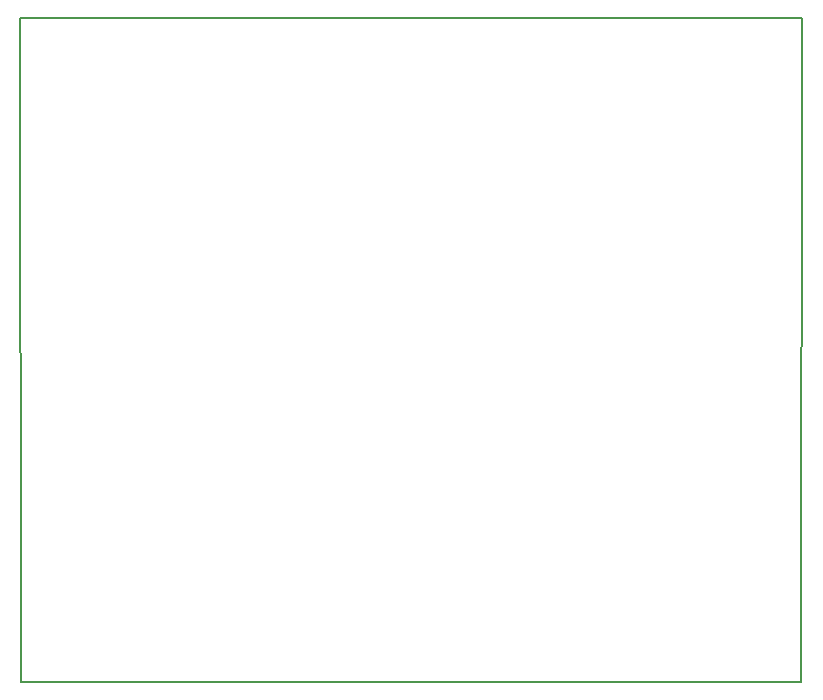
<source format=gbr>
G04 #@! TF.GenerationSoftware,KiCad,Pcbnew,5.1.7-a382d34a8~88~ubuntu18.04.1*
G04 #@! TF.CreationDate,2021-05-25T15:59:45+05:30*
G04 #@! TF.ProjectId,Gateway_v1,47617465-7761-4795-9f76-312e6b696361,rev?*
G04 #@! TF.SameCoordinates,Original*
G04 #@! TF.FileFunction,Other,User*
%FSLAX46Y46*%
G04 Gerber Fmt 4.6, Leading zero omitted, Abs format (unit mm)*
G04 Created by KiCad (PCBNEW 5.1.7-a382d34a8~88~ubuntu18.04.1) date 2021-05-25 15:59:45*
%MOMM*%
%LPD*%
G01*
G04 APERTURE LIST*
%ADD10C,0.150000*%
G04 APERTURE END LIST*
D10*
X157446980Y-49413160D02*
X91252040Y-49408080D01*
X157325060Y-105681780D02*
X157446980Y-49413160D01*
X91262200Y-105699560D02*
X157317440Y-105697020D01*
X91252040Y-49408080D02*
X91262200Y-105699560D01*
M02*

</source>
